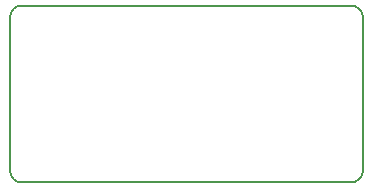
<source format=gko>
G04*
G04 #@! TF.GenerationSoftware,Altium Limited,Altium Designer,19.0.15 (446)*
G04*
G04 Layer_Color=16711935*
%FSTAX24Y24*%
%MOIN*%
G70*
G01*
G75*
%ADD12C,0.0070*%
%ADD51C,0.0070*%
D12*
X074683Y041483D02*
G03*
X075076Y041877I0J000394D01*
G01*
X075076Y046987D02*
G03*
X074683Y047381I-000394J0D01*
G01*
X063705Y047381D02*
G03*
X063311Y046987I0J-000394D01*
G01*
X063311Y041877D02*
G03*
X063705Y041483I000394J0D01*
G01*
D51*
X063311Y041877D02*
Y046987D01*
X063705Y041483D02*
X074683Y041483D01*
X075076Y041877D02*
Y046987D01*
X063705Y047381D02*
X074683D01*
M02*

</source>
